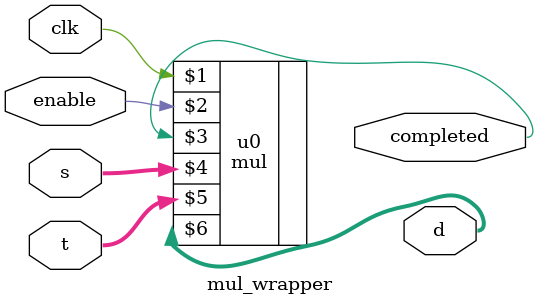
<source format=v>
module mul_wrapper(
  input wire clk,
  input wire enable,
  output wire completed,
  input wire [31:0] s,
  input wire [31:0] t,
  output wire [63:0] d
);

mul u0(clk,enable,completed,s,t,d);

endmodule
</source>
